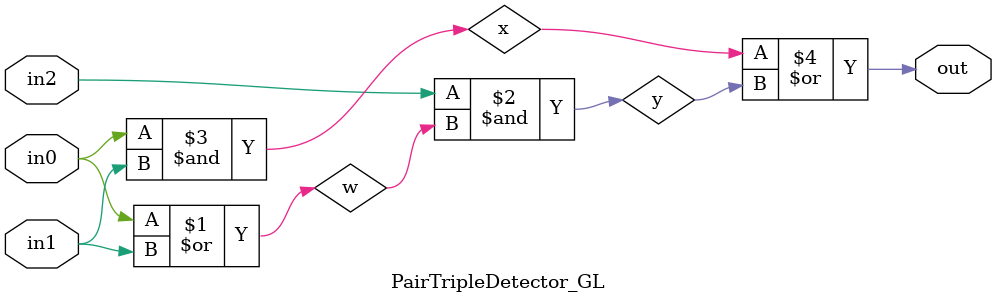
<source format=v>

`ifndef PAIR_TRIPLE_DETECTOR_GL_V
`define PAIR_TRIPLE_DETECTOR_GL_V

`include "ece2300-misc.v"

module PairTripleDetector_GL
(
  input  wire in0,
  input  wire in1,
  input  wire in2,
  output wire out
 );

  //''' ACTIVITY '''''''''''''''''''''''''''''''''''''''''''''''''''''''''
  // Implement pair/triple detector using explicit gate-level modeling
  //''''''''''''''''''''''''''''''''''''''''''''''''''''''''''''''''''''''

wire w;
or(w, in0, in1);

wire y;
and (y, in2, w);

wire x;
and(x, in0, in1);

or(out, x, y);


endmodule

`endif /* PAIR_TRIPLE_DETECTOR_GL_V */


</source>
